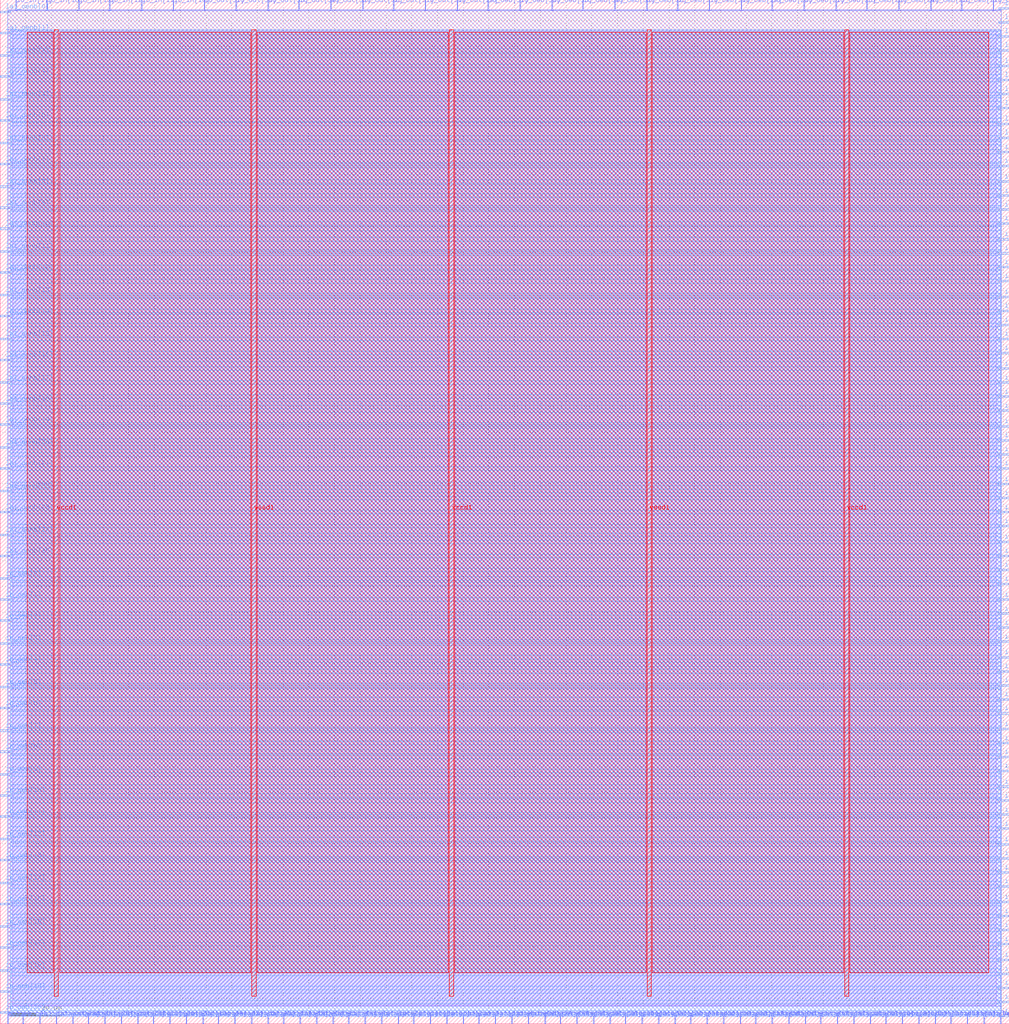
<source format=lef>
VERSION 5.7 ;
  NOWIREEXTENSIONATPIN ON ;
  DIVIDERCHAR "/" ;
  BUSBITCHARS "[]" ;
MACRO wrapped_hack_soc_dffram
  CLASS BLOCK ;
  FOREIGN wrapped_hack_soc_dffram ;
  ORIGIN 0.000 0.000 ;
  SIZE 392.250 BY 398.000 ;
  PIN active
    DIRECTION INPUT ;
    USE SIGNAL ;
    PORT
      LAYER met2 ;
        RECT 2.850 0.000 3.130 4.000 ;
    END
  END active
  PIN io_in[0]
    DIRECTION INPUT ;
    USE SIGNAL ;
    PORT
      LAYER met3 ;
        RECT 388.250 338.680 392.250 339.280 ;
    END
  END io_in[0]
  PIN io_in[10]
    DIRECTION INPUT ;
    USE SIGNAL ;
    PORT
      LAYER met2 ;
        RECT 67.250 394.000 67.530 398.000 ;
    END
  END io_in[10]
  PIN io_in[11]
    DIRECTION INPUT ;
    USE SIGNAL ;
    PORT
      LAYER met2 ;
        RECT 54.830 394.000 55.110 398.000 ;
    END
  END io_in[11]
  PIN io_in[12]
    DIRECTION INPUT ;
    USE SIGNAL ;
    PORT
      LAYER met2 ;
        RECT 42.410 394.000 42.690 398.000 ;
    END
  END io_in[12]
  PIN io_in[13]
    DIRECTION INPUT ;
    USE SIGNAL ;
    PORT
      LAYER met2 ;
        RECT 30.450 394.000 30.730 398.000 ;
    END
  END io_in[13]
  PIN io_in[14]
    DIRECTION INPUT ;
    USE SIGNAL ;
    PORT
      LAYER met3 ;
        RECT 388.250 282.240 392.250 282.840 ;
    END
  END io_in[14]
  PIN io_in[15]
    DIRECTION INPUT ;
    USE SIGNAL ;
    PORT
      LAYER met3 ;
        RECT 388.250 276.800 392.250 277.400 ;
    END
  END io_in[15]
  PIN io_in[16]
    DIRECTION INPUT ;
    USE SIGNAL ;
    PORT
      LAYER met2 ;
        RECT 18.030 394.000 18.310 398.000 ;
    END
  END io_in[16]
  PIN io_in[17]
    DIRECTION INPUT ;
    USE SIGNAL ;
    PORT
      LAYER met2 ;
        RECT 6.070 394.000 6.350 398.000 ;
    END
  END io_in[17]
  PIN io_in[18]
    DIRECTION INPUT ;
    USE SIGNAL ;
    PORT
      LAYER met3 ;
        RECT 388.250 58.520 392.250 59.120 ;
    END
  END io_in[18]
  PIN io_in[19]
    DIRECTION INPUT ;
    USE SIGNAL ;
    PORT
      LAYER met3 ;
        RECT 388.250 53.080 392.250 53.680 ;
    END
  END io_in[19]
  PIN io_in[1]
    DIRECTION INPUT ;
    USE SIGNAL ;
    PORT
      LAYER met3 ;
        RECT 388.250 333.240 392.250 333.840 ;
    END
  END io_in[1]
  PIN io_in[20]
    DIRECTION INPUT ;
    USE SIGNAL ;
    PORT
      LAYER met3 ;
        RECT 388.250 271.360 392.250 271.960 ;
    END
  END io_in[20]
  PIN io_in[21]
    DIRECTION INPUT ;
    USE SIGNAL ;
    PORT
      LAYER met3 ;
        RECT 388.250 265.920 392.250 266.520 ;
    END
  END io_in[21]
  PIN io_in[22]
    DIRECTION INPUT ;
    USE SIGNAL ;
    PORT
      LAYER met3 ;
        RECT 388.250 46.960 392.250 47.560 ;
    END
  END io_in[22]
  PIN io_in[23]
    DIRECTION INPUT ;
    USE SIGNAL ;
    PORT
      LAYER met3 ;
        RECT 388.250 41.520 392.250 42.120 ;
    END
  END io_in[23]
  PIN io_in[24]
    DIRECTION INPUT ;
    USE SIGNAL ;
    PORT
      LAYER met3 ;
        RECT 388.250 36.080 392.250 36.680 ;
    END
  END io_in[24]
  PIN io_in[25]
    DIRECTION INPUT ;
    USE SIGNAL ;
    PORT
      LAYER met3 ;
        RECT 388.250 30.640 392.250 31.240 ;
    END
  END io_in[25]
  PIN io_in[26]
    DIRECTION INPUT ;
    USE SIGNAL ;
    PORT
      LAYER met3 ;
        RECT 388.250 24.520 392.250 25.120 ;
    END
  END io_in[26]
  PIN io_in[27]
    DIRECTION INPUT ;
    USE SIGNAL ;
    PORT
      LAYER met3 ;
        RECT 388.250 260.480 392.250 261.080 ;
    END
  END io_in[27]
  PIN io_in[28]
    DIRECTION INPUT ;
    USE SIGNAL ;
    PORT
      LAYER met3 ;
        RECT 388.250 254.360 392.250 254.960 ;
    END
  END io_in[28]
  PIN io_in[29]
    DIRECTION INPUT ;
    USE SIGNAL ;
    PORT
      LAYER met3 ;
        RECT 388.250 248.920 392.250 249.520 ;
    END
  END io_in[29]
  PIN io_in[2]
    DIRECTION INPUT ;
    USE SIGNAL ;
    PORT
      LAYER met3 ;
        RECT 388.250 327.120 392.250 327.720 ;
    END
  END io_in[2]
  PIN io_in[30]
    DIRECTION INPUT ;
    USE SIGNAL ;
    PORT
      LAYER met3 ;
        RECT 388.250 19.080 392.250 19.680 ;
    END
  END io_in[30]
  PIN io_in[31]
    DIRECTION INPUT ;
    USE SIGNAL ;
    PORT
      LAYER met3 ;
        RECT 388.250 13.640 392.250 14.240 ;
    END
  END io_in[31]
  PIN io_in[32]
    DIRECTION INPUT ;
    USE SIGNAL ;
    PORT
      LAYER met3 ;
        RECT 388.250 8.200 392.250 8.800 ;
    END
  END io_in[32]
  PIN io_in[33]
    DIRECTION INPUT ;
    USE SIGNAL ;
    PORT
      LAYER met3 ;
        RECT 388.250 2.760 392.250 3.360 ;
    END
  END io_in[33]
  PIN io_in[34]
    DIRECTION INPUT ;
    USE SIGNAL ;
    PORT
      LAYER met3 ;
        RECT 388.250 243.480 392.250 244.080 ;
    END
  END io_in[34]
  PIN io_in[35]
    DIRECTION INPUT ;
    USE SIGNAL ;
    PORT
      LAYER met3 ;
        RECT 388.250 238.040 392.250 238.640 ;
    END
  END io_in[35]
  PIN io_in[36]
    DIRECTION INPUT ;
    USE SIGNAL ;
    PORT
      LAYER met3 ;
        RECT 388.250 231.920 392.250 232.520 ;
    END
  END io_in[36]
  PIN io_in[37]
    DIRECTION INPUT ;
    USE SIGNAL ;
    PORT
      LAYER met3 ;
        RECT 388.250 226.480 392.250 227.080 ;
    END
  END io_in[37]
  PIN io_in[3]
    DIRECTION INPUT ;
    USE SIGNAL ;
    PORT
      LAYER met3 ;
        RECT 388.250 321.680 392.250 322.280 ;
    END
  END io_in[3]
  PIN io_in[4]
    DIRECTION INPUT ;
    USE SIGNAL ;
    PORT
      LAYER met3 ;
        RECT 388.250 316.240 392.250 316.840 ;
    END
  END io_in[4]
  PIN io_in[5]
    DIRECTION INPUT ;
    USE SIGNAL ;
    PORT
      LAYER met3 ;
        RECT 388.250 310.800 392.250 311.400 ;
    END
  END io_in[5]
  PIN io_in[6]
    DIRECTION INPUT ;
    USE SIGNAL ;
    PORT
      LAYER met3 ;
        RECT 388.250 304.680 392.250 305.280 ;
    END
  END io_in[6]
  PIN io_in[7]
    DIRECTION INPUT ;
    USE SIGNAL ;
    PORT
      LAYER met3 ;
        RECT 388.250 299.240 392.250 299.840 ;
    END
  END io_in[7]
  PIN io_in[8]
    DIRECTION INPUT ;
    USE SIGNAL ;
    PORT
      LAYER met3 ;
        RECT 388.250 293.800 392.250 294.400 ;
    END
  END io_in[8]
  PIN io_in[9]
    DIRECTION INPUT ;
    USE SIGNAL ;
    PORT
      LAYER met3 ;
        RECT 388.250 288.360 392.250 288.960 ;
    END
  END io_in[9]
  PIN io_oeb[0]
    DIRECTION OUTPUT TRISTATE ;
    USE SIGNAL ;
    PORT
      LAYER met3 ;
        RECT 0.000 172.760 4.000 173.360 ;
    END
  END io_oeb[0]
  PIN io_oeb[10]
    DIRECTION OUTPUT TRISTATE ;
    USE SIGNAL ;
    PORT
      LAYER met3 ;
        RECT 0.000 88.440 4.000 89.040 ;
    END
  END io_oeb[10]
  PIN io_oeb[11]
    DIRECTION OUTPUT TRISTATE ;
    USE SIGNAL ;
    PORT
      LAYER met3 ;
        RECT 0.000 80.280 4.000 80.880 ;
    END
  END io_oeb[11]
  PIN io_oeb[12]
    DIRECTION OUTPUT TRISTATE ;
    USE SIGNAL ;
    PORT
      LAYER met3 ;
        RECT 0.000 71.440 4.000 72.040 ;
    END
  END io_oeb[12]
  PIN io_oeb[13]
    DIRECTION OUTPUT TRISTATE ;
    USE SIGNAL ;
    PORT
      LAYER met3 ;
        RECT 0.000 63.280 4.000 63.880 ;
    END
  END io_oeb[13]
  PIN io_oeb[14]
    DIRECTION OUTPUT TRISTATE ;
    USE SIGNAL ;
    PORT
      LAYER met3 ;
        RECT 0.000 54.440 4.000 55.040 ;
    END
  END io_oeb[14]
  PIN io_oeb[15]
    DIRECTION OUTPUT TRISTATE ;
    USE SIGNAL ;
    PORT
      LAYER met3 ;
        RECT 0.000 46.280 4.000 46.880 ;
    END
  END io_oeb[15]
  PIN io_oeb[16]
    DIRECTION OUTPUT TRISTATE ;
    USE SIGNAL ;
    PORT
      LAYER met3 ;
        RECT 0.000 37.440 4.000 38.040 ;
    END
  END io_oeb[16]
  PIN io_oeb[17]
    DIRECTION OUTPUT TRISTATE ;
    USE SIGNAL ;
    PORT
      LAYER met3 ;
        RECT 0.000 29.280 4.000 29.880 ;
    END
  END io_oeb[17]
  PIN io_oeb[18]
    DIRECTION OUTPUT TRISTATE ;
    USE SIGNAL ;
    PORT
      LAYER met3 ;
        RECT 0.000 20.440 4.000 21.040 ;
    END
  END io_oeb[18]
  PIN io_oeb[19]
    DIRECTION OUTPUT TRISTATE ;
    USE SIGNAL ;
    PORT
      LAYER met3 ;
        RECT 0.000 12.280 4.000 12.880 ;
    END
  END io_oeb[19]
  PIN io_oeb[1]
    DIRECTION OUTPUT TRISTATE ;
    USE SIGNAL ;
    PORT
      LAYER met3 ;
        RECT 0.000 164.600 4.000 165.200 ;
    END
  END io_oeb[1]
  PIN io_oeb[20]
    DIRECTION OUTPUT TRISTATE ;
    USE SIGNAL ;
    PORT
      LAYER met3 ;
        RECT 0.000 4.120 4.000 4.720 ;
    END
  END io_oeb[20]
  PIN io_oeb[21]
    DIRECTION OUTPUT TRISTATE ;
    USE SIGNAL ;
    PORT
      LAYER met2 ;
        RECT 386.030 394.000 386.310 398.000 ;
    END
  END io_oeb[21]
  PIN io_oeb[22]
    DIRECTION OUTPUT TRISTATE ;
    USE SIGNAL ;
    PORT
      LAYER met2 ;
        RECT 373.610 394.000 373.890 398.000 ;
    END
  END io_oeb[22]
  PIN io_oeb[23]
    DIRECTION OUTPUT TRISTATE ;
    USE SIGNAL ;
    PORT
      LAYER met2 ;
        RECT 361.650 394.000 361.930 398.000 ;
    END
  END io_oeb[23]
  PIN io_oeb[24]
    DIRECTION OUTPUT TRISTATE ;
    USE SIGNAL ;
    PORT
      LAYER met2 ;
        RECT 349.230 394.000 349.510 398.000 ;
    END
  END io_oeb[24]
  PIN io_oeb[25]
    DIRECTION OUTPUT TRISTATE ;
    USE SIGNAL ;
    PORT
      LAYER met2 ;
        RECT 336.810 394.000 337.090 398.000 ;
    END
  END io_oeb[25]
  PIN io_oeb[26]
    DIRECTION OUTPUT TRISTATE ;
    USE SIGNAL ;
    PORT
      LAYER met2 ;
        RECT 324.850 394.000 325.130 398.000 ;
    END
  END io_oeb[26]
  PIN io_oeb[27]
    DIRECTION OUTPUT TRISTATE ;
    USE SIGNAL ;
    PORT
      LAYER met2 ;
        RECT 312.430 394.000 312.710 398.000 ;
    END
  END io_oeb[27]
  PIN io_oeb[28]
    DIRECTION OUTPUT TRISTATE ;
    USE SIGNAL ;
    PORT
      LAYER met2 ;
        RECT 300.010 394.000 300.290 398.000 ;
    END
  END io_oeb[28]
  PIN io_oeb[29]
    DIRECTION OUTPUT TRISTATE ;
    USE SIGNAL ;
    PORT
      LAYER met2 ;
        RECT 288.050 394.000 288.330 398.000 ;
    END
  END io_oeb[29]
  PIN io_oeb[2]
    DIRECTION OUTPUT TRISTATE ;
    USE SIGNAL ;
    PORT
      LAYER met3 ;
        RECT 0.000 156.440 4.000 157.040 ;
    END
  END io_oeb[2]
  PIN io_oeb[30]
    DIRECTION OUTPUT TRISTATE ;
    USE SIGNAL ;
    PORT
      LAYER met2 ;
        RECT 275.630 394.000 275.910 398.000 ;
    END
  END io_oeb[30]
  PIN io_oeb[31]
    DIRECTION OUTPUT TRISTATE ;
    USE SIGNAL ;
    PORT
      LAYER met2 ;
        RECT 263.210 394.000 263.490 398.000 ;
    END
  END io_oeb[31]
  PIN io_oeb[32]
    DIRECTION OUTPUT TRISTATE ;
    USE SIGNAL ;
    PORT
      LAYER met2 ;
        RECT 251.250 394.000 251.530 398.000 ;
    END
  END io_oeb[32]
  PIN io_oeb[33]
    DIRECTION OUTPUT TRISTATE ;
    USE SIGNAL ;
    PORT
      LAYER met2 ;
        RECT 238.830 394.000 239.110 398.000 ;
    END
  END io_oeb[33]
  PIN io_oeb[34]
    DIRECTION OUTPUT TRISTATE ;
    USE SIGNAL ;
    PORT
      LAYER met2 ;
        RECT 226.410 394.000 226.690 398.000 ;
    END
  END io_oeb[34]
  PIN io_oeb[35]
    DIRECTION OUTPUT TRISTATE ;
    USE SIGNAL ;
    PORT
      LAYER met2 ;
        RECT 214.450 394.000 214.730 398.000 ;
    END
  END io_oeb[35]
  PIN io_oeb[36]
    DIRECTION OUTPUT TRISTATE ;
    USE SIGNAL ;
    PORT
      LAYER met2 ;
        RECT 202.030 394.000 202.310 398.000 ;
    END
  END io_oeb[36]
  PIN io_oeb[37]
    DIRECTION OUTPUT TRISTATE ;
    USE SIGNAL ;
    PORT
      LAYER met2 ;
        RECT 189.610 394.000 189.890 398.000 ;
    END
  END io_oeb[37]
  PIN io_oeb[3]
    DIRECTION OUTPUT TRISTATE ;
    USE SIGNAL ;
    PORT
      LAYER met3 ;
        RECT 0.000 147.600 4.000 148.200 ;
    END
  END io_oeb[3]
  PIN io_oeb[4]
    DIRECTION OUTPUT TRISTATE ;
    USE SIGNAL ;
    PORT
      LAYER met3 ;
        RECT 0.000 139.440 4.000 140.040 ;
    END
  END io_oeb[4]
  PIN io_oeb[5]
    DIRECTION OUTPUT TRISTATE ;
    USE SIGNAL ;
    PORT
      LAYER met3 ;
        RECT 0.000 130.600 4.000 131.200 ;
    END
  END io_oeb[5]
  PIN io_oeb[6]
    DIRECTION OUTPUT TRISTATE ;
    USE SIGNAL ;
    PORT
      LAYER met3 ;
        RECT 0.000 122.440 4.000 123.040 ;
    END
  END io_oeb[6]
  PIN io_oeb[7]
    DIRECTION OUTPUT TRISTATE ;
    USE SIGNAL ;
    PORT
      LAYER met3 ;
        RECT 0.000 113.600 4.000 114.200 ;
    END
  END io_oeb[7]
  PIN io_oeb[8]
    DIRECTION OUTPUT TRISTATE ;
    USE SIGNAL ;
    PORT
      LAYER met3 ;
        RECT 0.000 105.440 4.000 106.040 ;
    END
  END io_oeb[8]
  PIN io_oeb[9]
    DIRECTION OUTPUT TRISTATE ;
    USE SIGNAL ;
    PORT
      LAYER met3 ;
        RECT 0.000 96.600 4.000 97.200 ;
    END
  END io_oeb[9]
  PIN io_out[0]
    DIRECTION OUTPUT TRISTATE ;
    USE SIGNAL ;
    PORT
      LAYER met3 ;
        RECT 388.250 221.040 392.250 221.640 ;
    END
  END io_out[0]
  PIN io_out[10]
    DIRECTION OUTPUT TRISTATE ;
    USE SIGNAL ;
    PORT
      LAYER met3 ;
        RECT 388.250 164.600 392.250 165.200 ;
    END
  END io_out[10]
  PIN io_out[11]
    DIRECTION OUTPUT TRISTATE ;
    USE SIGNAL ;
    PORT
      LAYER met3 ;
        RECT 388.250 159.160 392.250 159.760 ;
    END
  END io_out[11]
  PIN io_out[12]
    DIRECTION OUTPUT TRISTATE ;
    USE SIGNAL ;
    PORT
      LAYER met3 ;
        RECT 388.250 153.720 392.250 154.320 ;
    END
  END io_out[12]
  PIN io_out[13]
    DIRECTION OUTPUT TRISTATE ;
    USE SIGNAL ;
    PORT
      LAYER met3 ;
        RECT 388.250 148.280 392.250 148.880 ;
    END
  END io_out[13]
  PIN io_out[14]
    DIRECTION OUTPUT TRISTATE ;
    USE SIGNAL ;
    PORT
      LAYER met3 ;
        RECT 388.250 142.160 392.250 142.760 ;
    END
  END io_out[14]
  PIN io_out[15]
    DIRECTION OUTPUT TRISTATE ;
    USE SIGNAL ;
    PORT
      LAYER met3 ;
        RECT 388.250 136.720 392.250 137.320 ;
    END
  END io_out[15]
  PIN io_out[16]
    DIRECTION OUTPUT TRISTATE ;
    USE SIGNAL ;
    PORT
      LAYER met3 ;
        RECT 388.250 131.280 392.250 131.880 ;
    END
  END io_out[16]
  PIN io_out[17]
    DIRECTION OUTPUT TRISTATE ;
    USE SIGNAL ;
    PORT
      LAYER met3 ;
        RECT 388.250 125.840 392.250 126.440 ;
    END
  END io_out[17]
  PIN io_out[18]
    DIRECTION OUTPUT TRISTATE ;
    USE SIGNAL ;
    PORT
      LAYER met3 ;
        RECT 388.250 120.400 392.250 121.000 ;
    END
  END io_out[18]
  PIN io_out[19]
    DIRECTION OUTPUT TRISTATE ;
    USE SIGNAL ;
    PORT
      LAYER met3 ;
        RECT 388.250 114.280 392.250 114.880 ;
    END
  END io_out[19]
  PIN io_out[1]
    DIRECTION OUTPUT TRISTATE ;
    USE SIGNAL ;
    PORT
      LAYER met3 ;
        RECT 388.250 215.600 392.250 216.200 ;
    END
  END io_out[1]
  PIN io_out[20]
    DIRECTION OUTPUT TRISTATE ;
    USE SIGNAL ;
    PORT
      LAYER met3 ;
        RECT 388.250 108.840 392.250 109.440 ;
    END
  END io_out[20]
  PIN io_out[21]
    DIRECTION OUTPUT TRISTATE ;
    USE SIGNAL ;
    PORT
      LAYER met3 ;
        RECT 388.250 103.400 392.250 104.000 ;
    END
  END io_out[21]
  PIN io_out[22]
    DIRECTION OUTPUT TRISTATE ;
    USE SIGNAL ;
    PORT
      LAYER met3 ;
        RECT 388.250 97.960 392.250 98.560 ;
    END
  END io_out[22]
  PIN io_out[23]
    DIRECTION OUTPUT TRISTATE ;
    USE SIGNAL ;
    PORT
      LAYER met3 ;
        RECT 388.250 91.840 392.250 92.440 ;
    END
  END io_out[23]
  PIN io_out[24]
    DIRECTION OUTPUT TRISTATE ;
    USE SIGNAL ;
    PORT
      LAYER met3 ;
        RECT 388.250 86.400 392.250 87.000 ;
    END
  END io_out[24]
  PIN io_out[25]
    DIRECTION OUTPUT TRISTATE ;
    USE SIGNAL ;
    PORT
      LAYER met3 ;
        RECT 388.250 80.960 392.250 81.560 ;
    END
  END io_out[25]
  PIN io_out[26]
    DIRECTION OUTPUT TRISTATE ;
    USE SIGNAL ;
    PORT
      LAYER met3 ;
        RECT 388.250 75.520 392.250 76.120 ;
    END
  END io_out[26]
  PIN io_out[27]
    DIRECTION OUTPUT TRISTATE ;
    USE SIGNAL ;
    PORT
      LAYER met3 ;
        RECT 388.250 69.400 392.250 70.000 ;
    END
  END io_out[27]
  PIN io_out[28]
    DIRECTION OUTPUT TRISTATE ;
    USE SIGNAL ;
    PORT
      LAYER met3 ;
        RECT 388.250 63.960 392.250 64.560 ;
    END
  END io_out[28]
  PIN io_out[29]
    DIRECTION OUTPUT TRISTATE ;
    USE SIGNAL ;
    PORT
      LAYER met2 ;
        RECT 177.650 394.000 177.930 398.000 ;
    END
  END io_out[29]
  PIN io_out[2]
    DIRECTION OUTPUT TRISTATE ;
    USE SIGNAL ;
    PORT
      LAYER met3 ;
        RECT 388.250 209.480 392.250 210.080 ;
    END
  END io_out[2]
  PIN io_out[30]
    DIRECTION OUTPUT TRISTATE ;
    USE SIGNAL ;
    PORT
      LAYER met2 ;
        RECT 165.230 394.000 165.510 398.000 ;
    END
  END io_out[30]
  PIN io_out[31]
    DIRECTION OUTPUT TRISTATE ;
    USE SIGNAL ;
    PORT
      LAYER met2 ;
        RECT 152.810 394.000 153.090 398.000 ;
    END
  END io_out[31]
  PIN io_out[32]
    DIRECTION OUTPUT TRISTATE ;
    USE SIGNAL ;
    PORT
      LAYER met2 ;
        RECT 140.850 394.000 141.130 398.000 ;
    END
  END io_out[32]
  PIN io_out[33]
    DIRECTION OUTPUT TRISTATE ;
    USE SIGNAL ;
    PORT
      LAYER met2 ;
        RECT 128.430 394.000 128.710 398.000 ;
    END
  END io_out[33]
  PIN io_out[34]
    DIRECTION OUTPUT TRISTATE ;
    USE SIGNAL ;
    PORT
      LAYER met2 ;
        RECT 116.010 394.000 116.290 398.000 ;
    END
  END io_out[34]
  PIN io_out[35]
    DIRECTION OUTPUT TRISTATE ;
    USE SIGNAL ;
    PORT
      LAYER met2 ;
        RECT 104.050 394.000 104.330 398.000 ;
    END
  END io_out[35]
  PIN io_out[36]
    DIRECTION OUTPUT TRISTATE ;
    USE SIGNAL ;
    PORT
      LAYER met2 ;
        RECT 91.630 394.000 91.910 398.000 ;
    END
  END io_out[36]
  PIN io_out[37]
    DIRECTION OUTPUT TRISTATE ;
    USE SIGNAL ;
    PORT
      LAYER met2 ;
        RECT 79.210 394.000 79.490 398.000 ;
    END
  END io_out[37]
  PIN io_out[3]
    DIRECTION OUTPUT TRISTATE ;
    USE SIGNAL ;
    PORT
      LAYER met3 ;
        RECT 388.250 204.040 392.250 204.640 ;
    END
  END io_out[3]
  PIN io_out[4]
    DIRECTION OUTPUT TRISTATE ;
    USE SIGNAL ;
    PORT
      LAYER met3 ;
        RECT 388.250 198.600 392.250 199.200 ;
    END
  END io_out[4]
  PIN io_out[5]
    DIRECTION OUTPUT TRISTATE ;
    USE SIGNAL ;
    PORT
      LAYER met3 ;
        RECT 388.250 193.160 392.250 193.760 ;
    END
  END io_out[5]
  PIN io_out[6]
    DIRECTION OUTPUT TRISTATE ;
    USE SIGNAL ;
    PORT
      LAYER met3 ;
        RECT 388.250 187.040 392.250 187.640 ;
    END
  END io_out[6]
  PIN io_out[7]
    DIRECTION OUTPUT TRISTATE ;
    USE SIGNAL ;
    PORT
      LAYER met3 ;
        RECT 388.250 181.600 392.250 182.200 ;
    END
  END io_out[7]
  PIN io_out[8]
    DIRECTION OUTPUT TRISTATE ;
    USE SIGNAL ;
    PORT
      LAYER met3 ;
        RECT 388.250 176.160 392.250 176.760 ;
    END
  END io_out[8]
  PIN io_out[9]
    DIRECTION OUTPUT TRISTATE ;
    USE SIGNAL ;
    PORT
      LAYER met3 ;
        RECT 388.250 170.720 392.250 171.320 ;
    END
  END io_out[9]
  PIN la1_data_in[0]
    DIRECTION INPUT ;
    USE SIGNAL ;
    PORT
      LAYER met2 ;
        RECT 185.930 0.000 186.210 4.000 ;
    END
  END la1_data_in[0]
  PIN la1_data_in[10]
    DIRECTION INPUT ;
    USE SIGNAL ;
    PORT
      LAYER met2 ;
        RECT 122.910 0.000 123.190 4.000 ;
    END
  END la1_data_in[10]
  PIN la1_data_in[11]
    DIRECTION INPUT ;
    USE SIGNAL ;
    PORT
      LAYER met2 ;
        RECT 116.470 0.000 116.750 4.000 ;
    END
  END la1_data_in[11]
  PIN la1_data_in[12]
    DIRECTION INPUT ;
    USE SIGNAL ;
    PORT
      LAYER met2 ;
        RECT 110.030 0.000 110.310 4.000 ;
    END
  END la1_data_in[12]
  PIN la1_data_in[13]
    DIRECTION INPUT ;
    USE SIGNAL ;
    PORT
      LAYER met2 ;
        RECT 104.050 0.000 104.330 4.000 ;
    END
  END la1_data_in[13]
  PIN la1_data_in[14]
    DIRECTION INPUT ;
    USE SIGNAL ;
    PORT
      LAYER met2 ;
        RECT 97.610 0.000 97.890 4.000 ;
    END
  END la1_data_in[14]
  PIN la1_data_in[15]
    DIRECTION INPUT ;
    USE SIGNAL ;
    PORT
      LAYER met2 ;
        RECT 91.170 0.000 91.450 4.000 ;
    END
  END la1_data_in[15]
  PIN la1_data_in[16]
    DIRECTION INPUT ;
    USE SIGNAL ;
    PORT
      LAYER met2 ;
        RECT 84.730 0.000 85.010 4.000 ;
    END
  END la1_data_in[16]
  PIN la1_data_in[17]
    DIRECTION INPUT ;
    USE SIGNAL ;
    PORT
      LAYER met2 ;
        RECT 78.750 0.000 79.030 4.000 ;
    END
  END la1_data_in[17]
  PIN la1_data_in[18]
    DIRECTION INPUT ;
    USE SIGNAL ;
    PORT
      LAYER met2 ;
        RECT 72.310 0.000 72.590 4.000 ;
    END
  END la1_data_in[18]
  PIN la1_data_in[19]
    DIRECTION INPUT ;
    USE SIGNAL ;
    PORT
      LAYER met2 ;
        RECT 65.870 0.000 66.150 4.000 ;
    END
  END la1_data_in[19]
  PIN la1_data_in[1]
    DIRECTION INPUT ;
    USE SIGNAL ;
    PORT
      LAYER met2 ;
        RECT 179.950 0.000 180.230 4.000 ;
    END
  END la1_data_in[1]
  PIN la1_data_in[20]
    DIRECTION INPUT ;
    USE SIGNAL ;
    PORT
      LAYER met2 ;
        RECT 59.430 0.000 59.710 4.000 ;
    END
  END la1_data_in[20]
  PIN la1_data_in[21]
    DIRECTION INPUT ;
    USE SIGNAL ;
    PORT
      LAYER met2 ;
        RECT 53.450 0.000 53.730 4.000 ;
    END
  END la1_data_in[21]
  PIN la1_data_in[22]
    DIRECTION INPUT ;
    USE SIGNAL ;
    PORT
      LAYER met2 ;
        RECT 47.010 0.000 47.290 4.000 ;
    END
  END la1_data_in[22]
  PIN la1_data_in[23]
    DIRECTION INPUT ;
    USE SIGNAL ;
    PORT
      LAYER met2 ;
        RECT 40.570 0.000 40.850 4.000 ;
    END
  END la1_data_in[23]
  PIN la1_data_in[24]
    DIRECTION INPUT ;
    USE SIGNAL ;
    PORT
      LAYER met2 ;
        RECT 34.130 0.000 34.410 4.000 ;
    END
  END la1_data_in[24]
  PIN la1_data_in[25]
    DIRECTION INPUT ;
    USE SIGNAL ;
    PORT
      LAYER met2 ;
        RECT 28.150 0.000 28.430 4.000 ;
    END
  END la1_data_in[25]
  PIN la1_data_in[26]
    DIRECTION INPUT ;
    USE SIGNAL ;
    PORT
      LAYER met2 ;
        RECT 21.710 0.000 21.990 4.000 ;
    END
  END la1_data_in[26]
  PIN la1_data_in[27]
    DIRECTION INPUT ;
    USE SIGNAL ;
    PORT
      LAYER met3 ;
        RECT 388.250 361.120 392.250 361.720 ;
    END
  END la1_data_in[27]
  PIN la1_data_in[28]
    DIRECTION INPUT ;
    USE SIGNAL ;
    PORT
      LAYER met2 ;
        RECT 15.270 0.000 15.550 4.000 ;
    END
  END la1_data_in[28]
  PIN la1_data_in[29]
    DIRECTION INPUT ;
    USE SIGNAL ;
    PORT
      LAYER met3 ;
        RECT 388.250 355.680 392.250 356.280 ;
    END
  END la1_data_in[29]
  PIN la1_data_in[2]
    DIRECTION INPUT ;
    USE SIGNAL ;
    PORT
      LAYER met2 ;
        RECT 173.510 0.000 173.790 4.000 ;
    END
  END la1_data_in[2]
  PIN la1_data_in[30]
    DIRECTION INPUT ;
    USE SIGNAL ;
    PORT
      LAYER met3 ;
        RECT 388.250 349.560 392.250 350.160 ;
    END
  END la1_data_in[30]
  PIN la1_data_in[31]
    DIRECTION INPUT ;
    USE SIGNAL ;
    PORT
      LAYER met3 ;
        RECT 388.250 344.120 392.250 344.720 ;
    END
  END la1_data_in[31]
  PIN la1_data_in[3]
    DIRECTION INPUT ;
    USE SIGNAL ;
    PORT
      LAYER met2 ;
        RECT 167.070 0.000 167.350 4.000 ;
    END
  END la1_data_in[3]
  PIN la1_data_in[4]
    DIRECTION INPUT ;
    USE SIGNAL ;
    PORT
      LAYER met2 ;
        RECT 160.630 0.000 160.910 4.000 ;
    END
  END la1_data_in[4]
  PIN la1_data_in[5]
    DIRECTION INPUT ;
    USE SIGNAL ;
    PORT
      LAYER met2 ;
        RECT 154.650 0.000 154.930 4.000 ;
    END
  END la1_data_in[5]
  PIN la1_data_in[6]
    DIRECTION INPUT ;
    USE SIGNAL ;
    PORT
      LAYER met2 ;
        RECT 148.210 0.000 148.490 4.000 ;
    END
  END la1_data_in[6]
  PIN la1_data_in[7]
    DIRECTION INPUT ;
    USE SIGNAL ;
    PORT
      LAYER met2 ;
        RECT 141.770 0.000 142.050 4.000 ;
    END
  END la1_data_in[7]
  PIN la1_data_in[8]
    DIRECTION INPUT ;
    USE SIGNAL ;
    PORT
      LAYER met2 ;
        RECT 135.330 0.000 135.610 4.000 ;
    END
  END la1_data_in[8]
  PIN la1_data_in[9]
    DIRECTION INPUT ;
    USE SIGNAL ;
    PORT
      LAYER met2 ;
        RECT 129.350 0.000 129.630 4.000 ;
    END
  END la1_data_in[9]
  PIN la1_data_out[0]
    DIRECTION OUTPUT TRISTATE ;
    USE SIGNAL ;
    PORT
      LAYER met2 ;
        RECT 388.790 0.000 389.070 4.000 ;
    END
  END la1_data_out[0]
  PIN la1_data_out[10]
    DIRECTION OUTPUT TRISTATE ;
    USE SIGNAL ;
    PORT
      LAYER met2 ;
        RECT 325.310 0.000 325.590 4.000 ;
    END
  END la1_data_out[10]
  PIN la1_data_out[11]
    DIRECTION OUTPUT TRISTATE ;
    USE SIGNAL ;
    PORT
      LAYER met2 ;
        RECT 318.870 0.000 319.150 4.000 ;
    END
  END la1_data_out[11]
  PIN la1_data_out[12]
    DIRECTION OUTPUT TRISTATE ;
    USE SIGNAL ;
    PORT
      LAYER met2 ;
        RECT 312.890 0.000 313.170 4.000 ;
    END
  END la1_data_out[12]
  PIN la1_data_out[13]
    DIRECTION OUTPUT TRISTATE ;
    USE SIGNAL ;
    PORT
      LAYER met2 ;
        RECT 306.450 0.000 306.730 4.000 ;
    END
  END la1_data_out[13]
  PIN la1_data_out[14]
    DIRECTION OUTPUT TRISTATE ;
    USE SIGNAL ;
    PORT
      LAYER met2 ;
        RECT 300.010 0.000 300.290 4.000 ;
    END
  END la1_data_out[14]
  PIN la1_data_out[15]
    DIRECTION OUTPUT TRISTATE ;
    USE SIGNAL ;
    PORT
      LAYER met2 ;
        RECT 293.570 0.000 293.850 4.000 ;
    END
  END la1_data_out[15]
  PIN la1_data_out[16]
    DIRECTION OUTPUT TRISTATE ;
    USE SIGNAL ;
    PORT
      LAYER met2 ;
        RECT 287.590 0.000 287.870 4.000 ;
    END
  END la1_data_out[16]
  PIN la1_data_out[17]
    DIRECTION OUTPUT TRISTATE ;
    USE SIGNAL ;
    PORT
      LAYER met2 ;
        RECT 281.150 0.000 281.430 4.000 ;
    END
  END la1_data_out[17]
  PIN la1_data_out[18]
    DIRECTION OUTPUT TRISTATE ;
    USE SIGNAL ;
    PORT
      LAYER met2 ;
        RECT 274.710 0.000 274.990 4.000 ;
    END
  END la1_data_out[18]
  PIN la1_data_out[19]
    DIRECTION OUTPUT TRISTATE ;
    USE SIGNAL ;
    PORT
      LAYER met2 ;
        RECT 268.270 0.000 268.550 4.000 ;
    END
  END la1_data_out[19]
  PIN la1_data_out[1]
    DIRECTION OUTPUT TRISTATE ;
    USE SIGNAL ;
    PORT
      LAYER met2 ;
        RECT 382.350 0.000 382.630 4.000 ;
    END
  END la1_data_out[1]
  PIN la1_data_out[20]
    DIRECTION OUTPUT TRISTATE ;
    USE SIGNAL ;
    PORT
      LAYER met2 ;
        RECT 262.290 0.000 262.570 4.000 ;
    END
  END la1_data_out[20]
  PIN la1_data_out[21]
    DIRECTION OUTPUT TRISTATE ;
    USE SIGNAL ;
    PORT
      LAYER met2 ;
        RECT 255.850 0.000 256.130 4.000 ;
    END
  END la1_data_out[21]
  PIN la1_data_out[22]
    DIRECTION OUTPUT TRISTATE ;
    USE SIGNAL ;
    PORT
      LAYER met2 ;
        RECT 249.410 0.000 249.690 4.000 ;
    END
  END la1_data_out[22]
  PIN la1_data_out[23]
    DIRECTION OUTPUT TRISTATE ;
    USE SIGNAL ;
    PORT
      LAYER met2 ;
        RECT 242.970 0.000 243.250 4.000 ;
    END
  END la1_data_out[23]
  PIN la1_data_out[24]
    DIRECTION OUTPUT TRISTATE ;
    USE SIGNAL ;
    PORT
      LAYER met2 ;
        RECT 236.990 0.000 237.270 4.000 ;
    END
  END la1_data_out[24]
  PIN la1_data_out[25]
    DIRECTION OUTPUT TRISTATE ;
    USE SIGNAL ;
    PORT
      LAYER met2 ;
        RECT 230.550 0.000 230.830 4.000 ;
    END
  END la1_data_out[25]
  PIN la1_data_out[26]
    DIRECTION OUTPUT TRISTATE ;
    USE SIGNAL ;
    PORT
      LAYER met2 ;
        RECT 224.110 0.000 224.390 4.000 ;
    END
  END la1_data_out[26]
  PIN la1_data_out[27]
    DIRECTION OUTPUT TRISTATE ;
    USE SIGNAL ;
    PORT
      LAYER met2 ;
        RECT 217.670 0.000 217.950 4.000 ;
    END
  END la1_data_out[27]
  PIN la1_data_out[28]
    DIRECTION OUTPUT TRISTATE ;
    USE SIGNAL ;
    PORT
      LAYER met2 ;
        RECT 211.690 0.000 211.970 4.000 ;
    END
  END la1_data_out[28]
  PIN la1_data_out[29]
    DIRECTION OUTPUT TRISTATE ;
    USE SIGNAL ;
    PORT
      LAYER met2 ;
        RECT 205.250 0.000 205.530 4.000 ;
    END
  END la1_data_out[29]
  PIN la1_data_out[2]
    DIRECTION OUTPUT TRISTATE ;
    USE SIGNAL ;
    PORT
      LAYER met2 ;
        RECT 375.910 0.000 376.190 4.000 ;
    END
  END la1_data_out[2]
  PIN la1_data_out[30]
    DIRECTION OUTPUT TRISTATE ;
    USE SIGNAL ;
    PORT
      LAYER met2 ;
        RECT 198.810 0.000 199.090 4.000 ;
    END
  END la1_data_out[30]
  PIN la1_data_out[31]
    DIRECTION OUTPUT TRISTATE ;
    USE SIGNAL ;
    PORT
      LAYER met2 ;
        RECT 192.370 0.000 192.650 4.000 ;
    END
  END la1_data_out[31]
  PIN la1_data_out[3]
    DIRECTION OUTPUT TRISTATE ;
    USE SIGNAL ;
    PORT
      LAYER met2 ;
        RECT 369.470 0.000 369.750 4.000 ;
    END
  END la1_data_out[3]
  PIN la1_data_out[4]
    DIRECTION OUTPUT TRISTATE ;
    USE SIGNAL ;
    PORT
      LAYER met2 ;
        RECT 363.490 0.000 363.770 4.000 ;
    END
  END la1_data_out[4]
  PIN la1_data_out[5]
    DIRECTION OUTPUT TRISTATE ;
    USE SIGNAL ;
    PORT
      LAYER met2 ;
        RECT 357.050 0.000 357.330 4.000 ;
    END
  END la1_data_out[5]
  PIN la1_data_out[6]
    DIRECTION OUTPUT TRISTATE ;
    USE SIGNAL ;
    PORT
      LAYER met2 ;
        RECT 350.610 0.000 350.890 4.000 ;
    END
  END la1_data_out[6]
  PIN la1_data_out[7]
    DIRECTION OUTPUT TRISTATE ;
    USE SIGNAL ;
    PORT
      LAYER met2 ;
        RECT 344.170 0.000 344.450 4.000 ;
    END
  END la1_data_out[7]
  PIN la1_data_out[8]
    DIRECTION OUTPUT TRISTATE ;
    USE SIGNAL ;
    PORT
      LAYER met2 ;
        RECT 338.190 0.000 338.470 4.000 ;
    END
  END la1_data_out[8]
  PIN la1_data_out[9]
    DIRECTION OUTPUT TRISTATE ;
    USE SIGNAL ;
    PORT
      LAYER met2 ;
        RECT 331.750 0.000 332.030 4.000 ;
    END
  END la1_data_out[9]
  PIN la1_oenb[0]
    DIRECTION INPUT ;
    USE SIGNAL ;
    PORT
      LAYER met3 ;
        RECT 0.000 393.080 4.000 393.680 ;
    END
  END la1_oenb[0]
  PIN la1_oenb[10]
    DIRECTION INPUT ;
    USE SIGNAL ;
    PORT
      LAYER met3 ;
        RECT 0.000 308.760 4.000 309.360 ;
    END
  END la1_oenb[10]
  PIN la1_oenb[11]
    DIRECTION INPUT ;
    USE SIGNAL ;
    PORT
      LAYER met3 ;
        RECT 0.000 299.920 4.000 300.520 ;
    END
  END la1_oenb[11]
  PIN la1_oenb[12]
    DIRECTION INPUT ;
    USE SIGNAL ;
    PORT
      LAYER met3 ;
        RECT 0.000 291.760 4.000 292.360 ;
    END
  END la1_oenb[12]
  PIN la1_oenb[13]
    DIRECTION INPUT ;
    USE SIGNAL ;
    PORT
      LAYER met3 ;
        RECT 0.000 282.920 4.000 283.520 ;
    END
  END la1_oenb[13]
  PIN la1_oenb[14]
    DIRECTION INPUT ;
    USE SIGNAL ;
    PORT
      LAYER met3 ;
        RECT 0.000 274.760 4.000 275.360 ;
    END
  END la1_oenb[14]
  PIN la1_oenb[15]
    DIRECTION INPUT ;
    USE SIGNAL ;
    PORT
      LAYER met3 ;
        RECT 0.000 265.920 4.000 266.520 ;
    END
  END la1_oenb[15]
  PIN la1_oenb[16]
    DIRECTION INPUT ;
    USE SIGNAL ;
    PORT
      LAYER met3 ;
        RECT 0.000 257.760 4.000 258.360 ;
    END
  END la1_oenb[16]
  PIN la1_oenb[17]
    DIRECTION INPUT ;
    USE SIGNAL ;
    PORT
      LAYER met3 ;
        RECT 0.000 248.920 4.000 249.520 ;
    END
  END la1_oenb[17]
  PIN la1_oenb[18]
    DIRECTION INPUT ;
    USE SIGNAL ;
    PORT
      LAYER met3 ;
        RECT 0.000 240.760 4.000 241.360 ;
    END
  END la1_oenb[18]
  PIN la1_oenb[19]
    DIRECTION INPUT ;
    USE SIGNAL ;
    PORT
      LAYER met3 ;
        RECT 0.000 232.600 4.000 233.200 ;
    END
  END la1_oenb[19]
  PIN la1_oenb[1]
    DIRECTION INPUT ;
    USE SIGNAL ;
    PORT
      LAYER met3 ;
        RECT 0.000 384.920 4.000 385.520 ;
    END
  END la1_oenb[1]
  PIN la1_oenb[20]
    DIRECTION INPUT ;
    USE SIGNAL ;
    PORT
      LAYER met3 ;
        RECT 0.000 223.760 4.000 224.360 ;
    END
  END la1_oenb[20]
  PIN la1_oenb[21]
    DIRECTION INPUT ;
    USE SIGNAL ;
    PORT
      LAYER met3 ;
        RECT 0.000 215.600 4.000 216.200 ;
    END
  END la1_oenb[21]
  PIN la1_oenb[22]
    DIRECTION INPUT ;
    USE SIGNAL ;
    PORT
      LAYER met3 ;
        RECT 0.000 206.760 4.000 207.360 ;
    END
  END la1_oenb[22]
  PIN la1_oenb[23]
    DIRECTION INPUT ;
    USE SIGNAL ;
    PORT
      LAYER met3 ;
        RECT 0.000 198.600 4.000 199.200 ;
    END
  END la1_oenb[23]
  PIN la1_oenb[24]
    DIRECTION INPUT ;
    USE SIGNAL ;
    PORT
      LAYER met3 ;
        RECT 0.000 189.760 4.000 190.360 ;
    END
  END la1_oenb[24]
  PIN la1_oenb[25]
    DIRECTION INPUT ;
    USE SIGNAL ;
    PORT
      LAYER met3 ;
        RECT 0.000 181.600 4.000 182.200 ;
    END
  END la1_oenb[25]
  PIN la1_oenb[26]
    DIRECTION INPUT ;
    USE SIGNAL ;
    PORT
      LAYER met3 ;
        RECT 388.250 394.440 392.250 395.040 ;
    END
  END la1_oenb[26]
  PIN la1_oenb[27]
    DIRECTION INPUT ;
    USE SIGNAL ;
    PORT
      LAYER met3 ;
        RECT 388.250 389.000 392.250 389.600 ;
    END
  END la1_oenb[27]
  PIN la1_oenb[28]
    DIRECTION INPUT ;
    USE SIGNAL ;
    PORT
      LAYER met3 ;
        RECT 388.250 383.560 392.250 384.160 ;
    END
  END la1_oenb[28]
  PIN la1_oenb[29]
    DIRECTION INPUT ;
    USE SIGNAL ;
    PORT
      LAYER met3 ;
        RECT 388.250 378.120 392.250 378.720 ;
    END
  END la1_oenb[29]
  PIN la1_oenb[2]
    DIRECTION INPUT ;
    USE SIGNAL ;
    PORT
      LAYER met3 ;
        RECT 0.000 376.080 4.000 376.680 ;
    END
  END la1_oenb[2]
  PIN la1_oenb[30]
    DIRECTION INPUT ;
    USE SIGNAL ;
    PORT
      LAYER met3 ;
        RECT 388.250 372.000 392.250 372.600 ;
    END
  END la1_oenb[30]
  PIN la1_oenb[31]
    DIRECTION INPUT ;
    USE SIGNAL ;
    PORT
      LAYER met3 ;
        RECT 388.250 366.560 392.250 367.160 ;
    END
  END la1_oenb[31]
  PIN la1_oenb[3]
    DIRECTION INPUT ;
    USE SIGNAL ;
    PORT
      LAYER met3 ;
        RECT 0.000 367.920 4.000 368.520 ;
    END
  END la1_oenb[3]
  PIN la1_oenb[4]
    DIRECTION INPUT ;
    USE SIGNAL ;
    PORT
      LAYER met3 ;
        RECT 0.000 359.080 4.000 359.680 ;
    END
  END la1_oenb[4]
  PIN la1_oenb[5]
    DIRECTION INPUT ;
    USE SIGNAL ;
    PORT
      LAYER met3 ;
        RECT 0.000 350.920 4.000 351.520 ;
    END
  END la1_oenb[5]
  PIN la1_oenb[6]
    DIRECTION INPUT ;
    USE SIGNAL ;
    PORT
      LAYER met3 ;
        RECT 0.000 342.080 4.000 342.680 ;
    END
  END la1_oenb[6]
  PIN la1_oenb[7]
    DIRECTION INPUT ;
    USE SIGNAL ;
    PORT
      LAYER met3 ;
        RECT 0.000 333.920 4.000 334.520 ;
    END
  END la1_oenb[7]
  PIN la1_oenb[8]
    DIRECTION INPUT ;
    USE SIGNAL ;
    PORT
      LAYER met3 ;
        RECT 0.000 325.080 4.000 325.680 ;
    END
  END la1_oenb[8]
  PIN la1_oenb[9]
    DIRECTION INPUT ;
    USE SIGNAL ;
    PORT
      LAYER met3 ;
        RECT 0.000 316.920 4.000 317.520 ;
    END
  END la1_oenb[9]
  PIN vccd1
    DIRECTION INPUT ;
    USE POWER ;
    PORT
      LAYER met4 ;
        RECT 21.040 10.640 22.640 386.480 ;
    END
    PORT
      LAYER met4 ;
        RECT 174.640 10.640 176.240 386.480 ;
    END
    PORT
      LAYER met4 ;
        RECT 328.240 10.640 329.840 386.480 ;
    END
  END vccd1
  PIN vssd1
    DIRECTION INPUT ;
    USE GROUND ;
    PORT
      LAYER met4 ;
        RECT 97.840 10.640 99.440 386.480 ;
    END
    PORT
      LAYER met4 ;
        RECT 251.440 10.640 253.040 386.480 ;
    END
  END vssd1
  PIN wb_clk_i
    DIRECTION INPUT ;
    USE SIGNAL ;
    PORT
      LAYER met2 ;
        RECT 8.830 0.000 9.110 4.000 ;
    END
  END wb_clk_i
  OBS
      LAYER li1 ;
        RECT 4.945 7.225 387.175 386.325 ;
      LAYER met1 ;
        RECT 2.830 6.840 389.090 386.480 ;
      LAYER met2 ;
        RECT 2.860 393.720 5.790 394.130 ;
        RECT 6.630 393.720 17.750 394.130 ;
        RECT 18.590 393.720 30.170 394.130 ;
        RECT 31.010 393.720 42.130 394.130 ;
        RECT 42.970 393.720 54.550 394.130 ;
        RECT 55.390 393.720 66.970 394.130 ;
        RECT 67.810 393.720 78.930 394.130 ;
        RECT 79.770 393.720 91.350 394.130 ;
        RECT 92.190 393.720 103.770 394.130 ;
        RECT 104.610 393.720 115.730 394.130 ;
        RECT 116.570 393.720 128.150 394.130 ;
        RECT 128.990 393.720 140.570 394.130 ;
        RECT 141.410 393.720 152.530 394.130 ;
        RECT 153.370 393.720 164.950 394.130 ;
        RECT 165.790 393.720 177.370 394.130 ;
        RECT 178.210 393.720 189.330 394.130 ;
        RECT 190.170 393.720 201.750 394.130 ;
        RECT 202.590 393.720 214.170 394.130 ;
        RECT 215.010 393.720 226.130 394.130 ;
        RECT 226.970 393.720 238.550 394.130 ;
        RECT 239.390 393.720 250.970 394.130 ;
        RECT 251.810 393.720 262.930 394.130 ;
        RECT 263.770 393.720 275.350 394.130 ;
        RECT 276.190 393.720 287.770 394.130 ;
        RECT 288.610 393.720 299.730 394.130 ;
        RECT 300.570 393.720 312.150 394.130 ;
        RECT 312.990 393.720 324.570 394.130 ;
        RECT 325.410 393.720 336.530 394.130 ;
        RECT 337.370 393.720 348.950 394.130 ;
        RECT 349.790 393.720 361.370 394.130 ;
        RECT 362.210 393.720 373.330 394.130 ;
        RECT 374.170 393.720 385.750 394.130 ;
        RECT 386.590 393.720 389.060 394.130 ;
        RECT 2.860 4.280 389.060 393.720 ;
        RECT 3.410 2.875 8.550 4.280 ;
        RECT 9.390 2.875 14.990 4.280 ;
        RECT 15.830 2.875 21.430 4.280 ;
        RECT 22.270 2.875 27.870 4.280 ;
        RECT 28.710 2.875 33.850 4.280 ;
        RECT 34.690 2.875 40.290 4.280 ;
        RECT 41.130 2.875 46.730 4.280 ;
        RECT 47.570 2.875 53.170 4.280 ;
        RECT 54.010 2.875 59.150 4.280 ;
        RECT 59.990 2.875 65.590 4.280 ;
        RECT 66.430 2.875 72.030 4.280 ;
        RECT 72.870 2.875 78.470 4.280 ;
        RECT 79.310 2.875 84.450 4.280 ;
        RECT 85.290 2.875 90.890 4.280 ;
        RECT 91.730 2.875 97.330 4.280 ;
        RECT 98.170 2.875 103.770 4.280 ;
        RECT 104.610 2.875 109.750 4.280 ;
        RECT 110.590 2.875 116.190 4.280 ;
        RECT 117.030 2.875 122.630 4.280 ;
        RECT 123.470 2.875 129.070 4.280 ;
        RECT 129.910 2.875 135.050 4.280 ;
        RECT 135.890 2.875 141.490 4.280 ;
        RECT 142.330 2.875 147.930 4.280 ;
        RECT 148.770 2.875 154.370 4.280 ;
        RECT 155.210 2.875 160.350 4.280 ;
        RECT 161.190 2.875 166.790 4.280 ;
        RECT 167.630 2.875 173.230 4.280 ;
        RECT 174.070 2.875 179.670 4.280 ;
        RECT 180.510 2.875 185.650 4.280 ;
        RECT 186.490 2.875 192.090 4.280 ;
        RECT 192.930 2.875 198.530 4.280 ;
        RECT 199.370 2.875 204.970 4.280 ;
        RECT 205.810 2.875 211.410 4.280 ;
        RECT 212.250 2.875 217.390 4.280 ;
        RECT 218.230 2.875 223.830 4.280 ;
        RECT 224.670 2.875 230.270 4.280 ;
        RECT 231.110 2.875 236.710 4.280 ;
        RECT 237.550 2.875 242.690 4.280 ;
        RECT 243.530 2.875 249.130 4.280 ;
        RECT 249.970 2.875 255.570 4.280 ;
        RECT 256.410 2.875 262.010 4.280 ;
        RECT 262.850 2.875 267.990 4.280 ;
        RECT 268.830 2.875 274.430 4.280 ;
        RECT 275.270 2.875 280.870 4.280 ;
        RECT 281.710 2.875 287.310 4.280 ;
        RECT 288.150 2.875 293.290 4.280 ;
        RECT 294.130 2.875 299.730 4.280 ;
        RECT 300.570 2.875 306.170 4.280 ;
        RECT 307.010 2.875 312.610 4.280 ;
        RECT 313.450 2.875 318.590 4.280 ;
        RECT 319.430 2.875 325.030 4.280 ;
        RECT 325.870 2.875 331.470 4.280 ;
        RECT 332.310 2.875 337.910 4.280 ;
        RECT 338.750 2.875 343.890 4.280 ;
        RECT 344.730 2.875 350.330 4.280 ;
        RECT 351.170 2.875 356.770 4.280 ;
        RECT 357.610 2.875 363.210 4.280 ;
        RECT 364.050 2.875 369.190 4.280 ;
        RECT 370.030 2.875 375.630 4.280 ;
        RECT 376.470 2.875 382.070 4.280 ;
        RECT 382.910 2.875 388.510 4.280 ;
      LAYER met3 ;
        RECT 4.000 385.920 388.850 386.405 ;
        RECT 4.400 384.560 388.850 385.920 ;
        RECT 4.400 384.520 387.850 384.560 ;
        RECT 4.000 383.160 387.850 384.520 ;
        RECT 4.000 379.120 388.850 383.160 ;
        RECT 4.000 377.720 387.850 379.120 ;
        RECT 4.000 377.080 388.850 377.720 ;
        RECT 4.400 375.680 388.850 377.080 ;
        RECT 4.000 373.000 388.850 375.680 ;
        RECT 4.000 371.600 387.850 373.000 ;
        RECT 4.000 368.920 388.850 371.600 ;
        RECT 4.400 367.560 388.850 368.920 ;
        RECT 4.400 367.520 387.850 367.560 ;
        RECT 4.000 366.160 387.850 367.520 ;
        RECT 4.000 362.120 388.850 366.160 ;
        RECT 4.000 360.720 387.850 362.120 ;
        RECT 4.000 360.080 388.850 360.720 ;
        RECT 4.400 358.680 388.850 360.080 ;
        RECT 4.000 356.680 388.850 358.680 ;
        RECT 4.000 355.280 387.850 356.680 ;
        RECT 4.000 351.920 388.850 355.280 ;
        RECT 4.400 350.560 388.850 351.920 ;
        RECT 4.400 350.520 387.850 350.560 ;
        RECT 4.000 349.160 387.850 350.520 ;
        RECT 4.000 345.120 388.850 349.160 ;
        RECT 4.000 343.720 387.850 345.120 ;
        RECT 4.000 343.080 388.850 343.720 ;
        RECT 4.400 341.680 388.850 343.080 ;
        RECT 4.000 339.680 388.850 341.680 ;
        RECT 4.000 338.280 387.850 339.680 ;
        RECT 4.000 334.920 388.850 338.280 ;
        RECT 4.400 334.240 388.850 334.920 ;
        RECT 4.400 333.520 387.850 334.240 ;
        RECT 4.000 332.840 387.850 333.520 ;
        RECT 4.000 328.120 388.850 332.840 ;
        RECT 4.000 326.720 387.850 328.120 ;
        RECT 4.000 326.080 388.850 326.720 ;
        RECT 4.400 324.680 388.850 326.080 ;
        RECT 4.000 322.680 388.850 324.680 ;
        RECT 4.000 321.280 387.850 322.680 ;
        RECT 4.000 317.920 388.850 321.280 ;
        RECT 4.400 317.240 388.850 317.920 ;
        RECT 4.400 316.520 387.850 317.240 ;
        RECT 4.000 315.840 387.850 316.520 ;
        RECT 4.000 311.800 388.850 315.840 ;
        RECT 4.000 310.400 387.850 311.800 ;
        RECT 4.000 309.760 388.850 310.400 ;
        RECT 4.400 308.360 388.850 309.760 ;
        RECT 4.000 305.680 388.850 308.360 ;
        RECT 4.000 304.280 387.850 305.680 ;
        RECT 4.000 300.920 388.850 304.280 ;
        RECT 4.400 300.240 388.850 300.920 ;
        RECT 4.400 299.520 387.850 300.240 ;
        RECT 4.000 298.840 387.850 299.520 ;
        RECT 4.000 294.800 388.850 298.840 ;
        RECT 4.000 293.400 387.850 294.800 ;
        RECT 4.000 292.760 388.850 293.400 ;
        RECT 4.400 291.360 388.850 292.760 ;
        RECT 4.000 289.360 388.850 291.360 ;
        RECT 4.000 287.960 387.850 289.360 ;
        RECT 4.000 283.920 388.850 287.960 ;
        RECT 4.400 283.240 388.850 283.920 ;
        RECT 4.400 282.520 387.850 283.240 ;
        RECT 4.000 281.840 387.850 282.520 ;
        RECT 4.000 277.800 388.850 281.840 ;
        RECT 4.000 276.400 387.850 277.800 ;
        RECT 4.000 275.760 388.850 276.400 ;
        RECT 4.400 274.360 388.850 275.760 ;
        RECT 4.000 272.360 388.850 274.360 ;
        RECT 4.000 270.960 387.850 272.360 ;
        RECT 4.000 266.920 388.850 270.960 ;
        RECT 4.400 265.520 387.850 266.920 ;
        RECT 4.000 261.480 388.850 265.520 ;
        RECT 4.000 260.080 387.850 261.480 ;
        RECT 4.000 258.760 388.850 260.080 ;
        RECT 4.400 257.360 388.850 258.760 ;
        RECT 4.000 255.360 388.850 257.360 ;
        RECT 4.000 253.960 387.850 255.360 ;
        RECT 4.000 249.920 388.850 253.960 ;
        RECT 4.400 248.520 387.850 249.920 ;
        RECT 4.000 244.480 388.850 248.520 ;
        RECT 4.000 243.080 387.850 244.480 ;
        RECT 4.000 241.760 388.850 243.080 ;
        RECT 4.400 240.360 388.850 241.760 ;
        RECT 4.000 239.040 388.850 240.360 ;
        RECT 4.000 237.640 387.850 239.040 ;
        RECT 4.000 233.600 388.850 237.640 ;
        RECT 4.400 232.920 388.850 233.600 ;
        RECT 4.400 232.200 387.850 232.920 ;
        RECT 4.000 231.520 387.850 232.200 ;
        RECT 4.000 227.480 388.850 231.520 ;
        RECT 4.000 226.080 387.850 227.480 ;
        RECT 4.000 224.760 388.850 226.080 ;
        RECT 4.400 223.360 388.850 224.760 ;
        RECT 4.000 222.040 388.850 223.360 ;
        RECT 4.000 220.640 387.850 222.040 ;
        RECT 4.000 216.600 388.850 220.640 ;
        RECT 4.400 215.200 387.850 216.600 ;
        RECT 4.000 210.480 388.850 215.200 ;
        RECT 4.000 209.080 387.850 210.480 ;
        RECT 4.000 207.760 388.850 209.080 ;
        RECT 4.400 206.360 388.850 207.760 ;
        RECT 4.000 205.040 388.850 206.360 ;
        RECT 4.000 203.640 387.850 205.040 ;
        RECT 4.000 199.600 388.850 203.640 ;
        RECT 4.400 198.200 387.850 199.600 ;
        RECT 4.000 194.160 388.850 198.200 ;
        RECT 4.000 192.760 387.850 194.160 ;
        RECT 4.000 190.760 388.850 192.760 ;
        RECT 4.400 189.360 388.850 190.760 ;
        RECT 4.000 188.040 388.850 189.360 ;
        RECT 4.000 186.640 387.850 188.040 ;
        RECT 4.000 182.600 388.850 186.640 ;
        RECT 4.400 181.200 387.850 182.600 ;
        RECT 4.000 177.160 388.850 181.200 ;
        RECT 4.000 175.760 387.850 177.160 ;
        RECT 4.000 173.760 388.850 175.760 ;
        RECT 4.400 172.360 388.850 173.760 ;
        RECT 4.000 171.720 388.850 172.360 ;
        RECT 4.000 170.320 387.850 171.720 ;
        RECT 4.000 165.600 388.850 170.320 ;
        RECT 4.400 164.200 387.850 165.600 ;
        RECT 4.000 160.160 388.850 164.200 ;
        RECT 4.000 158.760 387.850 160.160 ;
        RECT 4.000 157.440 388.850 158.760 ;
        RECT 4.400 156.040 388.850 157.440 ;
        RECT 4.000 154.720 388.850 156.040 ;
        RECT 4.000 153.320 387.850 154.720 ;
        RECT 4.000 149.280 388.850 153.320 ;
        RECT 4.000 148.600 387.850 149.280 ;
        RECT 4.400 147.880 387.850 148.600 ;
        RECT 4.400 147.200 388.850 147.880 ;
        RECT 4.000 143.160 388.850 147.200 ;
        RECT 4.000 141.760 387.850 143.160 ;
        RECT 4.000 140.440 388.850 141.760 ;
        RECT 4.400 139.040 388.850 140.440 ;
        RECT 4.000 137.720 388.850 139.040 ;
        RECT 4.000 136.320 387.850 137.720 ;
        RECT 4.000 132.280 388.850 136.320 ;
        RECT 4.000 131.600 387.850 132.280 ;
        RECT 4.400 130.880 387.850 131.600 ;
        RECT 4.400 130.200 388.850 130.880 ;
        RECT 4.000 126.840 388.850 130.200 ;
        RECT 4.000 125.440 387.850 126.840 ;
        RECT 4.000 123.440 388.850 125.440 ;
        RECT 4.400 122.040 388.850 123.440 ;
        RECT 4.000 121.400 388.850 122.040 ;
        RECT 4.000 120.000 387.850 121.400 ;
        RECT 4.000 115.280 388.850 120.000 ;
        RECT 4.000 114.600 387.850 115.280 ;
        RECT 4.400 113.880 387.850 114.600 ;
        RECT 4.400 113.200 388.850 113.880 ;
        RECT 4.000 109.840 388.850 113.200 ;
        RECT 4.000 108.440 387.850 109.840 ;
        RECT 4.000 106.440 388.850 108.440 ;
        RECT 4.400 105.040 388.850 106.440 ;
        RECT 4.000 104.400 388.850 105.040 ;
        RECT 4.000 103.000 387.850 104.400 ;
        RECT 4.000 98.960 388.850 103.000 ;
        RECT 4.000 97.600 387.850 98.960 ;
        RECT 4.400 97.560 387.850 97.600 ;
        RECT 4.400 96.200 388.850 97.560 ;
        RECT 4.000 92.840 388.850 96.200 ;
        RECT 4.000 91.440 387.850 92.840 ;
        RECT 4.000 89.440 388.850 91.440 ;
        RECT 4.400 88.040 388.850 89.440 ;
        RECT 4.000 87.400 388.850 88.040 ;
        RECT 4.000 86.000 387.850 87.400 ;
        RECT 4.000 81.960 388.850 86.000 ;
        RECT 4.000 81.280 387.850 81.960 ;
        RECT 4.400 80.560 387.850 81.280 ;
        RECT 4.400 79.880 388.850 80.560 ;
        RECT 4.000 76.520 388.850 79.880 ;
        RECT 4.000 75.120 387.850 76.520 ;
        RECT 4.000 72.440 388.850 75.120 ;
        RECT 4.400 71.040 388.850 72.440 ;
        RECT 4.000 70.400 388.850 71.040 ;
        RECT 4.000 69.000 387.850 70.400 ;
        RECT 4.000 64.960 388.850 69.000 ;
        RECT 4.000 64.280 387.850 64.960 ;
        RECT 4.400 63.560 387.850 64.280 ;
        RECT 4.400 62.880 388.850 63.560 ;
        RECT 4.000 59.520 388.850 62.880 ;
        RECT 4.000 58.120 387.850 59.520 ;
        RECT 4.000 55.440 388.850 58.120 ;
        RECT 4.400 54.080 388.850 55.440 ;
        RECT 4.400 54.040 387.850 54.080 ;
        RECT 4.000 52.680 387.850 54.040 ;
        RECT 4.000 47.960 388.850 52.680 ;
        RECT 4.000 47.280 387.850 47.960 ;
        RECT 4.400 46.560 387.850 47.280 ;
        RECT 4.400 45.880 388.850 46.560 ;
        RECT 4.000 42.520 388.850 45.880 ;
        RECT 4.000 41.120 387.850 42.520 ;
        RECT 4.000 38.440 388.850 41.120 ;
        RECT 4.400 37.080 388.850 38.440 ;
        RECT 4.400 37.040 387.850 37.080 ;
        RECT 4.000 35.680 387.850 37.040 ;
        RECT 4.000 31.640 388.850 35.680 ;
        RECT 4.000 30.280 387.850 31.640 ;
        RECT 4.400 30.240 387.850 30.280 ;
        RECT 4.400 28.880 388.850 30.240 ;
        RECT 4.000 25.520 388.850 28.880 ;
        RECT 4.000 24.120 387.850 25.520 ;
        RECT 4.000 21.440 388.850 24.120 ;
        RECT 4.400 20.080 388.850 21.440 ;
        RECT 4.400 20.040 387.850 20.080 ;
        RECT 4.000 18.680 387.850 20.040 ;
        RECT 4.000 14.640 388.850 18.680 ;
        RECT 4.000 13.280 387.850 14.640 ;
        RECT 4.400 13.240 387.850 13.280 ;
        RECT 4.400 11.880 388.850 13.240 ;
        RECT 4.000 9.200 388.850 11.880 ;
        RECT 4.000 7.800 387.850 9.200 ;
        RECT 4.000 5.120 388.850 7.800 ;
        RECT 4.400 3.760 388.850 5.120 ;
        RECT 4.400 3.720 387.850 3.760 ;
        RECT 4.000 2.895 387.850 3.720 ;
      LAYER met4 ;
        RECT 10.415 19.895 20.640 385.385 ;
        RECT 23.040 19.895 97.440 385.385 ;
        RECT 99.840 19.895 174.240 385.385 ;
        RECT 176.640 19.895 251.040 385.385 ;
        RECT 253.440 19.895 327.840 385.385 ;
        RECT 330.240 19.895 384.265 385.385 ;
  END
END wrapped_hack_soc_dffram
END LIBRARY


</source>
